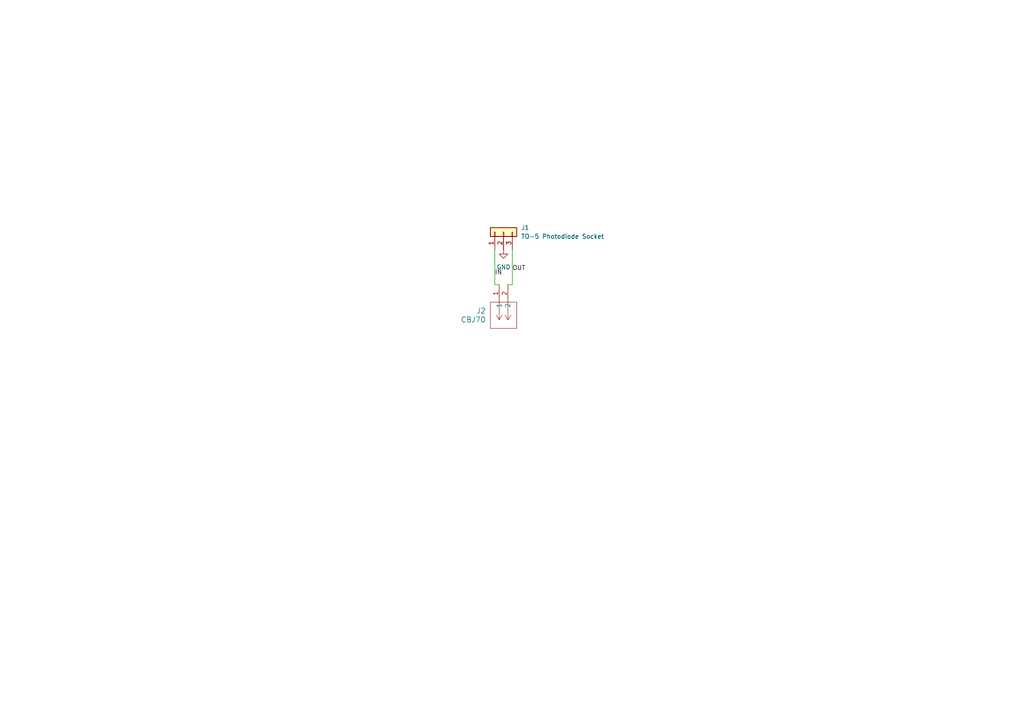
<source format=kicad_sch>
(kicad_sch (version 20250114) (generator "eeschema") (generator_version "9.0")
  (paper "A4")
  (lib_symbols
    (symbol "2025-06-16_19-45-29:CBJ70" (pin_names (offset 0.254))
      (property "Reference" "J" (at 8.89 6.35 0))
      (property "Value" "CBJ70" (at 0 0 0))
      (symbol "CBJ70_1_1"
        (polyline (pts (xy 5.08 2.54) (xy 5.08 -5.08)) (stroke (width 0.127)))
        (polyline (pts (xy 5.08 -5.08) (xy 12.7 -5.08)) (stroke (width 0.127)))
        (polyline (pts (xy 10.16 0) (xy 5.08 0)) (stroke (width 0.127)))
        (polyline (pts (xy 10.16 0) (xy 8.89 0.8467)) (stroke (width 0.127)))
        (polyline (pts (xy 10.16 0) (xy 8.89 -0.8467)) (stroke (width 0.127)))
        (polyline (pts (xy 10.16 -2.54) (xy 5.08 -2.54)) (stroke (width 0.127)))
        (polyline (pts (xy 10.16 -2.54) (xy 8.89 -1.6933)) (stroke (width 0.127)))
        (polyline (pts (xy 10.16 -2.54) (xy 8.89 -3.3867)) (stroke (width 0.127)))
        (polyline (pts (xy 12.7 2.54) (xy 5.08 2.54)) (stroke (width 0.127)))
        (polyline (pts (xy 12.7 -5.08) (xy 12.7 2.54)) (stroke (width 0.127)))
        (pin unspecified line (at 0 0 0) (length 5.08) (name "1") (number "1"))
        (pin unspecified line (at 0 -2.54 0) (length 5.08) (name "2") (number "2"))
      )
      (symbol "CBJ70_1_2"
        (polyline (pts (xy 5.08 2.54) (xy 5.08 -5.08)) (stroke (width 0.127)))
        (polyline (pts (xy 5.08 -5.08) (xy 12.7 -5.08)) (stroke (width 0.127)))
        (polyline (pts (xy 7.62 0) (xy 5.08 0)) (stroke (width 0.127)))
        (polyline (pts (xy 7.62 0) (xy 8.89 0.8467)) (stroke (width 0.127)))
        (polyline (pts (xy 7.62 0) (xy 8.89 -0.8467)) (stroke (width 0.127)))
        (polyline (pts (xy 7.62 -2.54) (xy 5.08 -2.54)) (stroke (width 0.127)))
        (polyline (pts (xy 7.62 -2.54) (xy 8.89 -1.6933)) (stroke (width 0.127)))
        (polyline (pts (xy 7.62 -2.54) (xy 8.89 -3.3867)) (stroke (width 0.127)))
        (polyline (pts (xy 12.7 2.54) (xy 5.08 2.54)) (stroke (width 0.127)))
        (polyline (pts (xy 12.7 -5.08) (xy 12.7 2.54)) (stroke (width 0.127)))
        (pin unspecified line (at 0 0 0) (length 5.08) (name "1") (number "1"))
        (pin unspecified line (at 0 -2.54 0) (length 5.08) (name "2") (number "2"))
      )
    )
    (symbol "Connector_Generic:Conn_01x03" (pin_names (offset 1.016) (hide yes))
      (property "Reference" "J" (at 0 5.08 0))
      (property "Value" "Conn_01x03" (at 0 -5.08 0))
      (symbol "Conn_01x03_1_1"
        (rectangle (start -1.27 3.81) (end 1.27 -3.81) (stroke (width 0.254)) (fill (type background)))
        (rectangle (start -1.27 2.667) (end 0 2.413) (stroke (width 0.1524)))
        (rectangle (start -1.27 0.127) (end 0 -0.127) (stroke (width 0.1524)))
        (rectangle (start -1.27 -2.413) (end 0 -2.667) (stroke (width 0.1524)))
        (pin passive line (at -5.08 2.54 0) (length 3.81) (name "Pin_1") (number "1"))
        (pin passive line (at -5.08 0 0) (length 3.81) (name "Pin_2") (number "2"))
        (pin passive line (at -5.08 -2.54 0) (length 3.81) (name "Pin_3") (number "3"))
      )
    )
    (symbol "power:GND" (power) (pin_numbers (hide yes)) (pin_names (offset 0) (hide yes))
      (property "Value" "GND" (at 0 -3.81 0))
      (symbol "GND_0_1"
        (polyline (pts (xy 0 0) (xy 0 -1.27) (xy 1.27 -1.27) (xy 0 -2.54) (xy -1.27 -1.27) (xy 0 -1.27)))
      )
      (symbol "GND_1_1"
        (pin power_in line (at 0 0 270) (length 0) (name "~") (number "1"))
      )
    )
  )
  (wire (pts (xy 143.51 72.39) (xy 143.51 82.55)))
  (wire (pts (xy 148.59 72.39) (xy 148.59 82.55)))
  (wire (pts (xy 143.51 82.55) (xy 144.78 82.55)))
  (wire (pts (xy 148.59 82.55) (xy 147.32 82.55)))
  (label "OUT" (at 148.59 78.74 0))
  (label "IN" (at 143.51 80.01 0))
  (symbol (lib_id "Connector_Generic:Conn_01x03") (at 146.05 67.31 90) (unit 1)
    (property "Reference" "J1" (at 151.13 66.0399 90) (effects (justify right)))
    (property "Value" "TO-5 Photodiode Socket" (at 151.13 68.5799 90) (effects (justify right)))
    (property "Footprint" "Package_TO_SOT_THT:TO-5-3" (effects (hide yes)))
    (property "Description" "Generic connector, single row, 01x03, script generated (kicad-library-utils/schlib/autogen/connector/)" (effects (hide yes)))
  )
  (symbol (lib_id "2025-06-16_19-45-29:CBJ70") (at 144.78 82.55 90) (mirror x) (unit 1)
    (property "Reference" "J2" (at 140.97 90.1699 90) (effects (font (size 1.524 1.524)) (justify left)))
    (property "Value" "CBJ70" (at 140.97 92.7099 90) (effects (font (size 1.524 1.524)) (justify left)))
    (property "Footprint" "Library:CONN_CBJ70_CIN" (effects (hide yes)))
    (property "Datasheet" "CBJ70" (effects (hide yes)))
  )
  (symbol (lib_id "power:GND") (at 146.05 72.39 0) (unit 1)
    (property "Reference" "#PWR01" (effects (hide yes)))
    (property "Value" "GND" (at 146.05 77.47 0))
    (property "Description" "Power symbol creates a global label with name \"GND\" , ground" (effects (hide yes)))
  )
)
</source>
